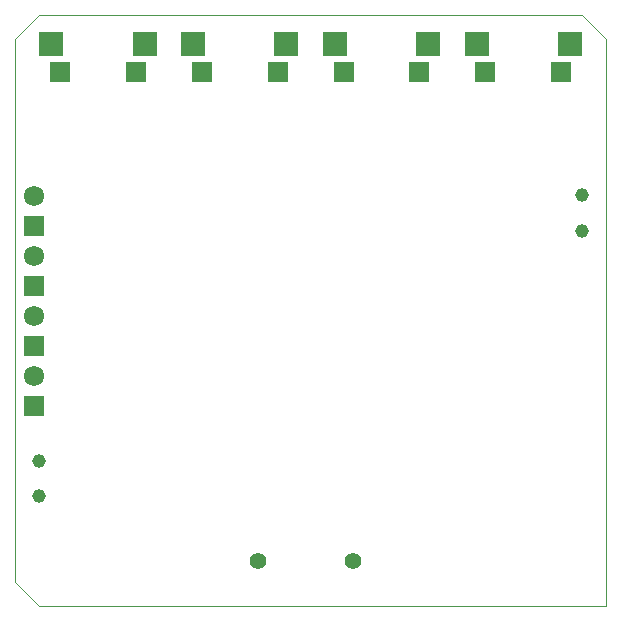
<source format=gbs>
G04 (created by PCBNEW (2013-jul-07)-stable) date Sat 15 Mar 2014 05:33:54 EET*
%MOIN*%
G04 Gerber Fmt 3.4, Leading zero omitted, Abs format*
%FSLAX34Y34*%
G01*
G70*
G90*
G04 APERTURE LIST*
%ADD10C,0.00590551*%
%ADD11C,0.00393701*%
%ADD12R,0.067874X0.067874*%
%ADD13C,0.067874*%
%ADD14R,0.0826772X0.0826772*%
%ADD15R,0.0669291X0.0669291*%
%ADD16C,0.0551181*%
%ADD17C,0.0452756*%
G04 APERTURE END LIST*
G54D10*
G54D11*
X7874Y-26771D02*
X8661Y-27559D01*
X8661Y-7874D02*
X7874Y-8661D01*
X26771Y-7874D02*
X27559Y-8661D01*
X26771Y-7874D02*
X8661Y-7874D01*
X27559Y-27559D02*
X27559Y-8661D01*
X8661Y-27559D02*
X27559Y-27559D01*
X7874Y-8661D02*
X7874Y-26771D01*
G54D12*
X8500Y-14900D03*
G54D13*
X8500Y-13900D03*
G54D12*
X8500Y-18900D03*
G54D13*
X8500Y-17900D03*
G54D12*
X8500Y-16900D03*
G54D13*
X8500Y-15900D03*
G54D14*
X12185Y-8848D03*
X9074Y-8848D03*
G54D15*
X9370Y-9763D03*
X11889Y-9763D03*
G54D14*
X21633Y-8848D03*
X18523Y-8848D03*
G54D15*
X18818Y-9763D03*
X21338Y-9763D03*
G54D14*
X16909Y-8848D03*
X13799Y-8848D03*
G54D15*
X14094Y-9763D03*
X16614Y-9763D03*
G54D14*
X26358Y-8848D03*
X23248Y-8848D03*
G54D15*
X23543Y-9763D03*
X26062Y-9763D03*
G54D16*
X15964Y-26082D03*
X19114Y-26082D03*
G54D12*
X8500Y-20900D03*
G54D13*
X8500Y-19900D03*
G54D17*
X26771Y-15059D03*
X26771Y-13877D03*
X8661Y-22736D03*
X8661Y-23917D03*
M02*

</source>
